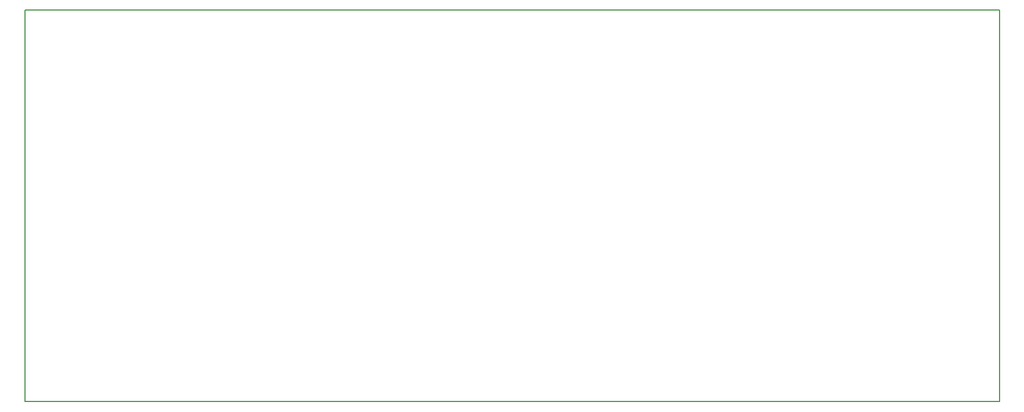
<source format=gbr>
G04 #@! TF.FileFunction,Profile,NP*
%FSLAX46Y46*%
G04 Gerber Fmt 4.6, Leading zero omitted, Abs format (unit mm)*
G04 Created by KiCad (PCBNEW 4.0.6) date Monday, March 05, 2018 'AMt' 11:38:23 AM*
%MOMM*%
%LPD*%
G01*
G04 APERTURE LIST*
%ADD10C,0.100000*%
%ADD11C,0.150000*%
G04 APERTURE END LIST*
D10*
D11*
X38100000Y-85090000D02*
X38100000Y-25400000D01*
X186690000Y-85090000D02*
X38100000Y-85090000D01*
X186690000Y-25400000D02*
X186690000Y-85090000D01*
X38100000Y-25400000D02*
X186690000Y-25400000D01*
M02*

</source>
